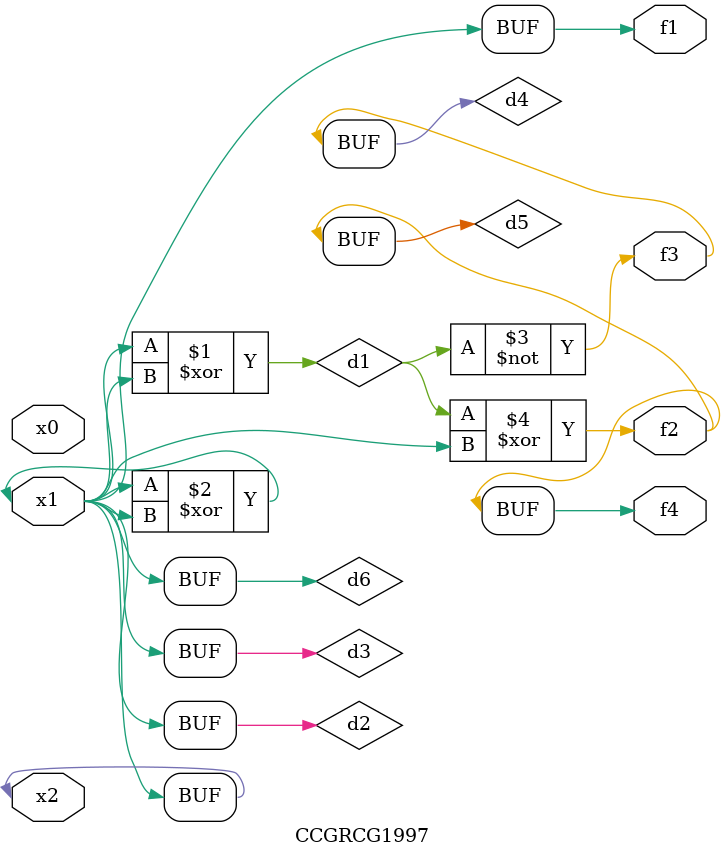
<source format=v>
module CCGRCG1997(
	input x0, x1, x2,
	output f1, f2, f3, f4
);

	wire d1, d2, d3, d4, d5, d6;

	xor (d1, x1, x2);
	buf (d2, x1, x2);
	xor (d3, x1, x2);
	nor (d4, d1);
	xor (d5, d1, d2);
	buf (d6, d2, d3);
	assign f1 = d6;
	assign f2 = d5;
	assign f3 = d4;
	assign f4 = d5;
endmodule

</source>
